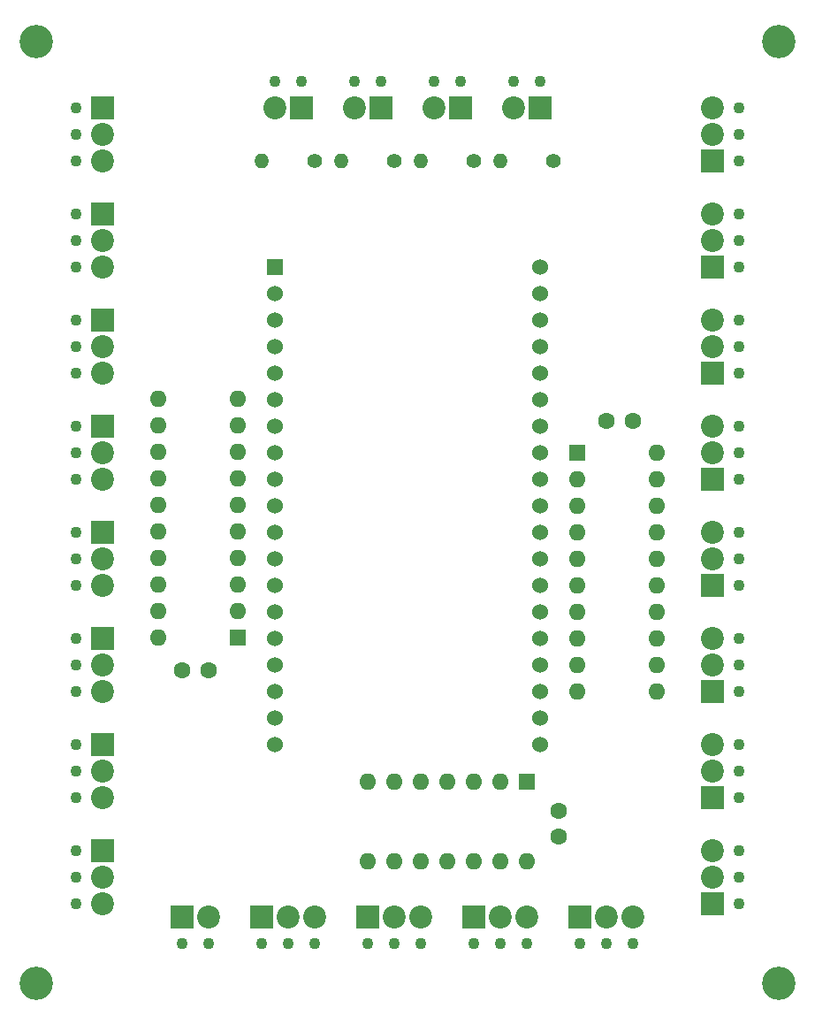
<source format=gbr>
%TF.GenerationSoftware,KiCad,Pcbnew,8.0.7-8.0.7-0~ubuntu24.04.1*%
%TF.CreationDate,2025-01-02T00:56:24+01:00*%
%TF.ProjectId,TeteDeLit4I20O,54657465-4465-44c6-9974-344932304f2e,rev?*%
%TF.SameCoordinates,PX6350ce0PY9020f90*%
%TF.FileFunction,Soldermask,Bot*%
%TF.FilePolarity,Negative*%
%FSLAX46Y46*%
G04 Gerber Fmt 4.6, Leading zero omitted, Abs format (unit mm)*
G04 Created by KiCad (PCBNEW 8.0.7-8.0.7-0~ubuntu24.04.1) date 2025-01-02 00:56:24*
%MOMM*%
%LPD*%
G01*
G04 APERTURE LIST*
%ADD10C,1.100000*%
%ADD11R,2.200000X2.200000*%
%ADD12C,2.200000*%
%ADD13C,1.600000*%
%ADD14C,3.200000*%
%ADD15R,1.524000X1.524000*%
%ADD16C,1.524000*%
%ADD17R,1.600000X1.600000*%
%ADD18O,1.600000X1.600000*%
%ADD19C,1.400000*%
%ADD20O,1.400000X1.400000*%
G04 APERTURE END LIST*
D10*
%TO.C,J13*%
X25400000Y7620000D03*
X27940000Y7620000D03*
X30480000Y7620000D03*
D11*
X25400000Y10160000D03*
D12*
X27940000Y10160000D03*
X30480000Y10160000D03*
%TD*%
D13*
%TO.C,C1*%
X20320000Y33782000D03*
X17820000Y33782000D03*
%TD*%
D14*
%TO.C,VIS1*%
X3810000Y3810000D03*
%TD*%
D15*
%TO.C,U1*%
X26670000Y72390000D03*
D16*
X26670000Y69850000D03*
X26670000Y67310000D03*
X26670000Y64770000D03*
X26670000Y62230000D03*
X26670000Y59690000D03*
X26670000Y57150000D03*
X26670000Y54610000D03*
X26670000Y52070000D03*
X26670000Y49530000D03*
X26670000Y46990000D03*
X26670000Y44450000D03*
X26670000Y41910000D03*
X26670000Y39370000D03*
X26670000Y36830000D03*
X26670000Y34290000D03*
X26670000Y31750000D03*
X26670000Y29210000D03*
X26670000Y26670000D03*
X52070000Y26670000D03*
X52070000Y29210000D03*
X52070000Y31750000D03*
X52070000Y34290000D03*
X52070000Y36830000D03*
X52070000Y39370000D03*
X52070000Y41910000D03*
X52070000Y44450000D03*
X52070000Y46990000D03*
X52070000Y49530000D03*
X52070000Y52070000D03*
X52070000Y54610000D03*
X52070000Y57150000D03*
X52070000Y59690000D03*
X52070000Y62230000D03*
X52070000Y64770000D03*
X52070000Y67310000D03*
X52070000Y69850000D03*
X52070000Y72390000D03*
%TD*%
D13*
%TO.C,C2*%
X53848000Y20320000D03*
X53848000Y17820000D03*
%TD*%
D14*
%TO.C,VIS3*%
X74930000Y93980000D03*
%TD*%
D10*
%TO.C,J2*%
X44450000Y90170000D03*
X41910000Y90170000D03*
D11*
X44450000Y87630000D03*
D12*
X41910000Y87630000D03*
%TD*%
D17*
%TO.C,U4*%
X55636000Y54605000D03*
D18*
X55636000Y52065000D03*
X55636000Y49525000D03*
X55636000Y46985000D03*
X55636000Y44445000D03*
X55636000Y41905000D03*
X55636000Y39365000D03*
X55636000Y36825000D03*
X55636000Y34285000D03*
X55636000Y31745000D03*
X63256000Y31745000D03*
X63256000Y34285000D03*
X63256000Y36825000D03*
X63256000Y39365000D03*
X63256000Y41905000D03*
X63256000Y44445000D03*
X63256000Y46985000D03*
X63256000Y49525000D03*
X63256000Y52065000D03*
X63256000Y54605000D03*
%TD*%
D10*
%TO.C,J24*%
X71120000Y82550000D03*
X71120000Y85090000D03*
X71120000Y87630000D03*
D11*
X68580000Y82550000D03*
D12*
X68580000Y85090000D03*
X68580000Y87630000D03*
%TD*%
D10*
%TO.C,J22*%
X71120000Y62230000D03*
X71120000Y64770000D03*
X71120000Y67310000D03*
D11*
X68580000Y62230000D03*
D12*
X68580000Y64770000D03*
X68580000Y67310000D03*
%TD*%
D10*
%TO.C,J9*%
X7620000Y46990000D03*
X7620000Y44450000D03*
X7620000Y41910000D03*
D11*
X10160000Y46990000D03*
D12*
X10160000Y44450000D03*
X10160000Y41910000D03*
%TD*%
D10*
%TO.C,J12*%
X7620000Y16510000D03*
X7620000Y13970000D03*
X7620000Y11430000D03*
D11*
X10160000Y16510000D03*
D12*
X10160000Y13970000D03*
X10160000Y11430000D03*
%TD*%
D10*
%TO.C,J16*%
X55880000Y7620000D03*
X58420000Y7620000D03*
X60960000Y7620000D03*
D11*
X55880000Y10160000D03*
D12*
X58420000Y10160000D03*
X60960000Y10160000D03*
%TD*%
D10*
%TO.C,J10*%
X7620000Y36830000D03*
X7620000Y34290000D03*
X7620000Y31750000D03*
D11*
X10160000Y36830000D03*
D12*
X10160000Y34290000D03*
X10160000Y31750000D03*
%TD*%
D10*
%TO.C,J3*%
X36830000Y90170000D03*
X34290000Y90170000D03*
D11*
X36830000Y87630000D03*
D12*
X34290000Y87630000D03*
%TD*%
D10*
%TO.C,J18*%
X71120000Y21590000D03*
X71120000Y24130000D03*
X71120000Y26670000D03*
D11*
X68580000Y21590000D03*
D12*
X68580000Y24130000D03*
X68580000Y26670000D03*
%TD*%
D10*
%TO.C,J25*%
X17780000Y7620000D03*
X20320000Y7620000D03*
D11*
X17780000Y10160000D03*
D12*
X20320000Y10160000D03*
%TD*%
D10*
%TO.C,J6*%
X7620000Y77470000D03*
X7620000Y74930000D03*
X7620000Y72390000D03*
D11*
X10160000Y77470000D03*
D12*
X10160000Y74930000D03*
X10160000Y72390000D03*
%TD*%
D10*
%TO.C,J8*%
X7620000Y57150000D03*
X7620000Y54610000D03*
X7620000Y52070000D03*
D11*
X10160000Y57150000D03*
D12*
X10160000Y54610000D03*
X10160000Y52070000D03*
%TD*%
D10*
%TO.C,J11*%
X7620000Y26670000D03*
X7620000Y24130000D03*
X7620000Y21590000D03*
D11*
X10160000Y26670000D03*
D12*
X10160000Y24130000D03*
X10160000Y21590000D03*
%TD*%
D10*
%TO.C,J23*%
X71120000Y72390000D03*
X71120000Y74930000D03*
X71120000Y77470000D03*
D11*
X68580000Y72390000D03*
D12*
X68580000Y74930000D03*
X68580000Y77470000D03*
%TD*%
D19*
%TO.C,R1*%
X53340000Y82550000D03*
D20*
X48260000Y82550000D03*
%TD*%
D19*
%TO.C,R2*%
X45720000Y82550000D03*
D20*
X40640000Y82550000D03*
%TD*%
D14*
%TO.C,VIS4*%
X3810000Y93980000D03*
%TD*%
D10*
%TO.C,J21*%
X71120000Y52070000D03*
X71120000Y54610000D03*
X71120000Y57150000D03*
D11*
X68580000Y52070000D03*
D12*
X68580000Y54610000D03*
X68580000Y57150000D03*
%TD*%
D10*
%TO.C,J14*%
X35560000Y7620000D03*
X38100000Y7620000D03*
X40640000Y7620000D03*
D11*
X35560000Y10160000D03*
D12*
X38100000Y10160000D03*
X40640000Y10160000D03*
%TD*%
D10*
%TO.C,J15*%
X45720000Y7620000D03*
X48260000Y7620000D03*
X50800000Y7620000D03*
D11*
X45720000Y10160000D03*
D12*
X48260000Y10160000D03*
X50800000Y10160000D03*
%TD*%
D10*
%TO.C,J7*%
X7620000Y67310000D03*
X7620000Y64770000D03*
X7620000Y62230000D03*
D11*
X10160000Y67310000D03*
D12*
X10160000Y64770000D03*
X10160000Y62230000D03*
%TD*%
D10*
%TO.C,J4*%
X29210000Y90170000D03*
X26670000Y90170000D03*
D11*
X29210000Y87630000D03*
D12*
X26670000Y87630000D03*
%TD*%
D10*
%TO.C,J17*%
X71120000Y11430000D03*
X71120000Y13970000D03*
X71120000Y16510000D03*
D11*
X68580000Y11430000D03*
D12*
X68580000Y13970000D03*
X68580000Y16510000D03*
%TD*%
D17*
%TO.C,U3*%
X50800000Y23114000D03*
D18*
X48260000Y23114000D03*
X45720000Y23114000D03*
X43180000Y23114000D03*
X40640000Y23114000D03*
X38100000Y23114000D03*
X35560000Y23114000D03*
X35560000Y15494000D03*
X38100000Y15494000D03*
X40640000Y15494000D03*
X43180000Y15494000D03*
X45720000Y15494000D03*
X48260000Y15494000D03*
X50800000Y15494000D03*
%TD*%
D17*
%TO.C,U2*%
X23104000Y36835000D03*
D18*
X23104000Y39375000D03*
X23104000Y41915000D03*
X23104000Y44455000D03*
X23104000Y46995000D03*
X23104000Y49535000D03*
X23104000Y52075000D03*
X23104000Y54615000D03*
X23104000Y57155000D03*
X23104000Y59695000D03*
X15484000Y59695000D03*
X15484000Y57155000D03*
X15484000Y54615000D03*
X15484000Y52075000D03*
X15484000Y49535000D03*
X15484000Y46995000D03*
X15484000Y44455000D03*
X15484000Y41915000D03*
X15484000Y39375000D03*
X15484000Y36835000D03*
%TD*%
D19*
%TO.C,R3*%
X38100000Y82550000D03*
D20*
X33020000Y82550000D03*
%TD*%
D14*
%TO.C,VIS2*%
X74930000Y3810000D03*
%TD*%
D10*
%TO.C,J5*%
X7620000Y87630000D03*
X7620000Y85090000D03*
X7620000Y82550000D03*
D11*
X10160000Y87630000D03*
D12*
X10160000Y85090000D03*
X10160000Y82550000D03*
%TD*%
D10*
%TO.C,J1*%
X52070000Y90170000D03*
X49530000Y90170000D03*
D11*
X52070000Y87630000D03*
D12*
X49530000Y87630000D03*
%TD*%
D10*
%TO.C,J20*%
X71120000Y41910000D03*
X71120000Y44450000D03*
X71120000Y46990000D03*
D11*
X68580000Y41910000D03*
D12*
X68580000Y44450000D03*
X68580000Y46990000D03*
%TD*%
D19*
%TO.C,R4*%
X30480000Y82550000D03*
D20*
X25400000Y82550000D03*
%TD*%
D10*
%TO.C,J19*%
X71120000Y31750000D03*
X71120000Y34290000D03*
X71120000Y36830000D03*
D11*
X68580000Y31750000D03*
D12*
X68580000Y34290000D03*
X68580000Y36830000D03*
%TD*%
D13*
%TO.C,C3*%
X58460000Y57658000D03*
X60960000Y57658000D03*
%TD*%
M02*

</source>
